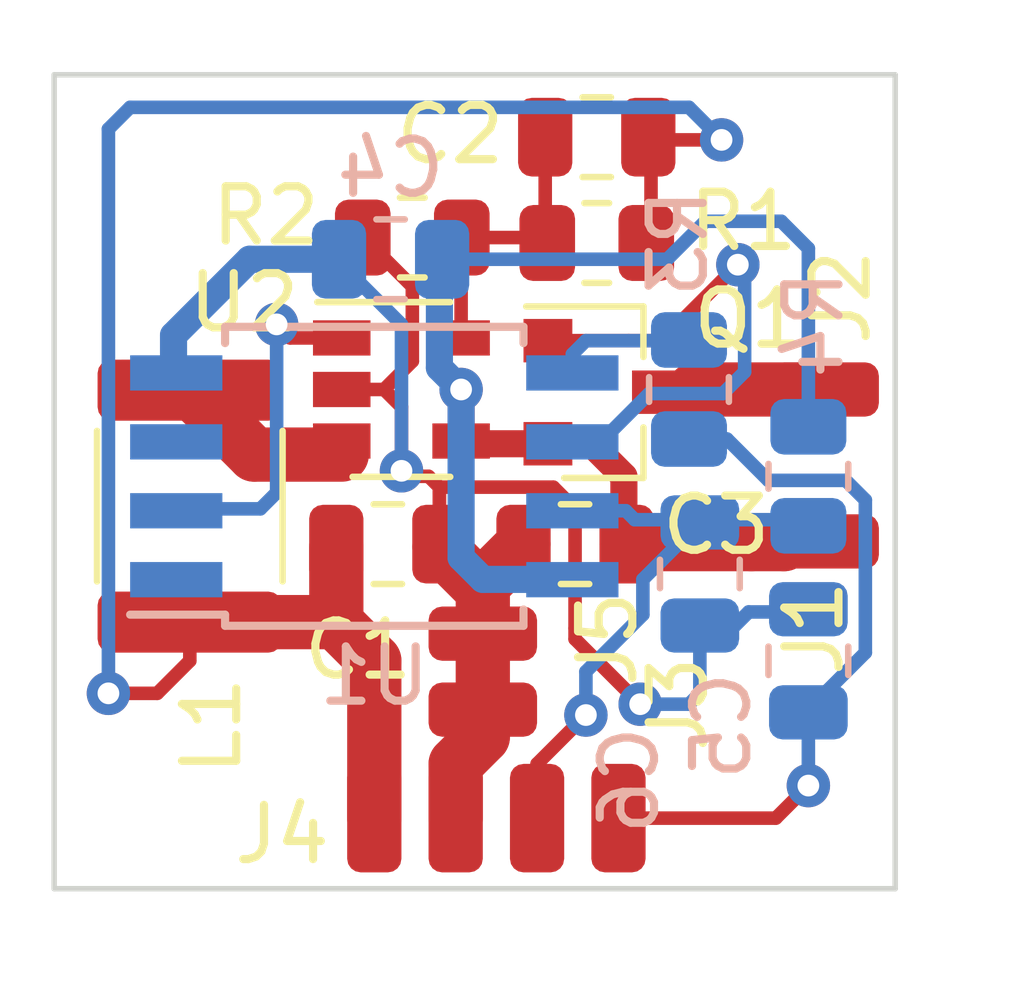
<source format=kicad_pcb>
(kicad_pcb (version 20171130) (host pcbnew 5.1.10-88a1d61d58~90~ubuntu20.04.1)

  (general
    (thickness 1)
    (drawings 4)
    (tracks 120)
    (zones 0)
    (modules 19)
    (nets 14)
  )

  (page A4)
  (layers
    (0 F.Cu signal)
    (31 B.Cu signal)
    (36 B.SilkS user hide)
    (37 F.SilkS user hide)
    (38 B.Mask user hide)
    (39 F.Mask user hide)
    (40 Dwgs.User user hide)
    (41 Cmts.User user hide)
    (42 Eco1.User user hide)
    (43 Eco2.User user hide)
    (44 Edge.Cuts user)
    (45 Margin user hide)
    (46 B.CrtYd user hide)
    (47 F.CrtYd user hide)
    (48 B.Fab user)
    (49 F.Fab user)
  )

  (setup
    (last_trace_width 0.25)
    (user_trace_width 0.5)
    (user_trace_width 1)
    (trace_clearance 0.2)
    (zone_clearance 0.508)
    (zone_45_only no)
    (trace_min 0.2)
    (via_size 0.8)
    (via_drill 0.4)
    (via_min_size 0.4)
    (via_min_drill 0.3)
    (uvia_size 0.3)
    (uvia_drill 0.1)
    (uvias_allowed no)
    (uvia_min_size 0.2)
    (uvia_min_drill 0.1)
    (edge_width 0.1)
    (segment_width 0.2)
    (pcb_text_width 0.3)
    (pcb_text_size 1.5 1.5)
    (mod_edge_width 0.15)
    (mod_text_size 1 1)
    (mod_text_width 0.15)
    (pad_size 1.524 1.524)
    (pad_drill 0.762)
    (pad_to_mask_clearance 0)
    (aux_axis_origin 0 0)
    (visible_elements FFFFFF7F)
    (pcbplotparams
      (layerselection 0x010f0_ffffffff)
      (usegerberextensions true)
      (usegerberattributes true)
      (usegerberadvancedattributes true)
      (creategerberjobfile false)
      (excludeedgelayer true)
      (linewidth 0.100000)
      (plotframeref false)
      (viasonmask false)
      (mode 1)
      (useauxorigin false)
      (hpglpennumber 1)
      (hpglpenspeed 20)
      (hpglpendiameter 15.000000)
      (psnegative false)
      (psa4output false)
      (plotreference true)
      (plotvalue true)
      (plotinvisibletext false)
      (padsonsilk false)
      (subtractmaskfromsilk false)
      (outputformat 1)
      (mirror false)
      (drillshape 0)
      (scaleselection 1)
      (outputdirectory "../gerber/led_lamp_base/"))
  )

  (net 0 "")
  (net 1 Vreg)
  (net 2 GND)
  (net 3 Vin)
  (net 4 /Vpwm)
  (net 5 /SW)
  (net 6 +BATT)
  (net 7 "Net-(L1-Pad1)")
  (net 8 /BATBYP)
  (net 9 /OC0A)
  (net 10 "Net-(U1-Pad1)")
  (net 11 /REGEN)
  (net 12 "Net-(U1-Pad3)")
  (net 13 /FB)

  (net_class Default "This is the default net class."
    (clearance 0.2)
    (trace_width 0.25)
    (via_dia 0.8)
    (via_drill 0.4)
    (uvia_dia 0.3)
    (uvia_drill 0.1)
    (add_net +BATT)
    (add_net /BATBYP)
    (add_net /FB)
    (add_net /OC0A)
    (add_net /REGEN)
    (add_net /SW)
    (add_net /Vpwm)
    (add_net GND)
    (add_net "Net-(L1-Pad1)")
    (add_net "Net-(U1-Pad1)")
    (add_net "Net-(U1-Pad3)")
    (add_net Vin)
    (add_net Vreg)
  )

  (module Capacitor_SMD:C_0805_2012Metric (layer F.Cu) (tedit 5F68FEEE) (tstamp 6167BDEF)
    (at 156.15 109.65)
    (descr "Capacitor SMD 0805 (2012 Metric), square (rectangular) end terminal, IPC_7351 nominal, (Body size source: IPC-SM-782 page 76, https://www.pcb-3d.com/wordpress/wp-content/uploads/ipc-sm-782a_amendment_1_and_2.pdf, https://docs.google.com/spreadsheets/d/1BsfQQcO9C6DZCsRaXUlFlo91Tg2WpOkGARC1WS5S8t0/edit?usp=sharing), generated with kicad-footprint-generator")
    (tags capacitor)
    (path /6163C6A3)
    (attr smd)
    (fp_text reference C1 (at -0.55 1.95) (layer F.SilkS)
      (effects (font (size 1 1) (thickness 0.15)))
    )
    (fp_text value 10u (at 0 1.68) (layer F.Fab)
      (effects (font (size 1 1) (thickness 0.15)))
    )
    (fp_line (start -1 0.625) (end -1 -0.625) (layer F.Fab) (width 0.1))
    (fp_line (start -1 -0.625) (end 1 -0.625) (layer F.Fab) (width 0.1))
    (fp_line (start 1 -0.625) (end 1 0.625) (layer F.Fab) (width 0.1))
    (fp_line (start 1 0.625) (end -1 0.625) (layer F.Fab) (width 0.1))
    (fp_line (start -0.261252 -0.735) (end 0.261252 -0.735) (layer F.SilkS) (width 0.12))
    (fp_line (start -0.261252 0.735) (end 0.261252 0.735) (layer F.SilkS) (width 0.12))
    (fp_line (start -1.7 0.98) (end -1.7 -0.98) (layer F.CrtYd) (width 0.05))
    (fp_line (start -1.7 -0.98) (end 1.7 -0.98) (layer F.CrtYd) (width 0.05))
    (fp_line (start 1.7 -0.98) (end 1.7 0.98) (layer F.CrtYd) (width 0.05))
    (fp_line (start 1.7 0.98) (end -1.7 0.98) (layer F.CrtYd) (width 0.05))
    (fp_text user %R (at 0 0) (layer F.Fab)
      (effects (font (size 0.5 0.5) (thickness 0.08)))
    )
    (pad 1 smd roundrect (at -0.95 0) (size 1 1.45) (layers F.Cu F.Paste F.Mask) (roundrect_rratio 0.25)
      (net 1 Vreg))
    (pad 2 smd roundrect (at 0.95 0) (size 1 1.45) (layers F.Cu F.Paste F.Mask) (roundrect_rratio 0.25)
      (net 2 GND))
    (model ${KISYS3DMOD}/Capacitor_SMD.3dshapes/C_0805_2012Metric.wrl
      (at (xyz 0 0 0))
      (scale (xyz 1 1 1))
      (rotate (xyz 0 0 0))
    )
  )

  (module Capacitor_SMD:C_0805_2012Metric (layer F.Cu) (tedit 5F68FEEE) (tstamp 6167C371)
    (at 160 102.15 180)
    (descr "Capacitor SMD 0805 (2012 Metric), square (rectangular) end terminal, IPC_7351 nominal, (Body size source: IPC-SM-782 page 76, https://www.pcb-3d.com/wordpress/wp-content/uploads/ipc-sm-782a_amendment_1_and_2.pdf, https://docs.google.com/spreadsheets/d/1BsfQQcO9C6DZCsRaXUlFlo91Tg2WpOkGARC1WS5S8t0/edit?usp=sharing), generated with kicad-footprint-generator")
    (tags capacitor)
    (path /6163A624)
    (attr smd)
    (fp_text reference C2 (at 2.7 0.05) (layer F.SilkS)
      (effects (font (size 1 1) (thickness 0.15)))
    )
    (fp_text value 18p (at 0 1.68) (layer F.Fab)
      (effects (font (size 1 1) (thickness 0.15)))
    )
    (fp_line (start -1 0.625) (end -1 -0.625) (layer F.Fab) (width 0.1))
    (fp_line (start -1 -0.625) (end 1 -0.625) (layer F.Fab) (width 0.1))
    (fp_line (start 1 -0.625) (end 1 0.625) (layer F.Fab) (width 0.1))
    (fp_line (start 1 0.625) (end -1 0.625) (layer F.Fab) (width 0.1))
    (fp_line (start -0.261252 -0.735) (end 0.261252 -0.735) (layer F.SilkS) (width 0.12))
    (fp_line (start -0.261252 0.735) (end 0.261252 0.735) (layer F.SilkS) (width 0.12))
    (fp_line (start -1.7 0.98) (end -1.7 -0.98) (layer F.CrtYd) (width 0.05))
    (fp_line (start -1.7 -0.98) (end 1.7 -0.98) (layer F.CrtYd) (width 0.05))
    (fp_line (start 1.7 -0.98) (end 1.7 0.98) (layer F.CrtYd) (width 0.05))
    (fp_line (start 1.7 0.98) (end -1.7 0.98) (layer F.CrtYd) (width 0.05))
    (fp_text user %R (at 0 0) (layer F.Fab)
      (effects (font (size 0.5 0.5) (thickness 0.08)))
    )
    (pad 1 smd roundrect (at -0.95 0 180) (size 1 1.45) (layers F.Cu F.Paste F.Mask) (roundrect_rratio 0.25)
      (net 1 Vreg))
    (pad 2 smd roundrect (at 0.95 0 180) (size 1 1.45) (layers F.Cu F.Paste F.Mask) (roundrect_rratio 0.25)
      (net 13 /FB))
    (model ${KISYS3DMOD}/Capacitor_SMD.3dshapes/C_0805_2012Metric.wrl
      (at (xyz 0 0 0))
      (scale (xyz 1 1 1))
      (rotate (xyz 0 0 0))
    )
  )

  (module Capacitor_SMD:C_0805_2012Metric (layer F.Cu) (tedit 5F68FEEE) (tstamp 6167BE11)
    (at 159.6 109.65 180)
    (descr "Capacitor SMD 0805 (2012 Metric), square (rectangular) end terminal, IPC_7351 nominal, (Body size source: IPC-SM-782 page 76, https://www.pcb-3d.com/wordpress/wp-content/uploads/ipc-sm-782a_amendment_1_and_2.pdf, https://docs.google.com/spreadsheets/d/1BsfQQcO9C6DZCsRaXUlFlo91Tg2WpOkGARC1WS5S8t0/edit?usp=sharing), generated with kicad-footprint-generator")
    (tags capacitor)
    (path /6163D5CC)
    (attr smd)
    (fp_text reference C3 (at -2.6 0.35) (layer F.SilkS)
      (effects (font (size 1 1) (thickness 0.15)))
    )
    (fp_text value 4,7u (at 0 1.68) (layer F.Fab)
      (effects (font (size 1 1) (thickness 0.15)))
    )
    (fp_line (start 1.7 0.98) (end -1.7 0.98) (layer F.CrtYd) (width 0.05))
    (fp_line (start 1.7 -0.98) (end 1.7 0.98) (layer F.CrtYd) (width 0.05))
    (fp_line (start -1.7 -0.98) (end 1.7 -0.98) (layer F.CrtYd) (width 0.05))
    (fp_line (start -1.7 0.98) (end -1.7 -0.98) (layer F.CrtYd) (width 0.05))
    (fp_line (start -0.261252 0.735) (end 0.261252 0.735) (layer F.SilkS) (width 0.12))
    (fp_line (start -0.261252 -0.735) (end 0.261252 -0.735) (layer F.SilkS) (width 0.12))
    (fp_line (start 1 0.625) (end -1 0.625) (layer F.Fab) (width 0.1))
    (fp_line (start 1 -0.625) (end 1 0.625) (layer F.Fab) (width 0.1))
    (fp_line (start -1 -0.625) (end 1 -0.625) (layer F.Fab) (width 0.1))
    (fp_line (start -1 0.625) (end -1 -0.625) (layer F.Fab) (width 0.1))
    (fp_text user %R (at 0 0) (layer F.Fab)
      (effects (font (size 0.5 0.5) (thickness 0.08)))
    )
    (pad 2 smd roundrect (at 0.95 0 180) (size 1 1.45) (layers F.Cu F.Paste F.Mask) (roundrect_rratio 0.25)
      (net 2 GND))
    (pad 1 smd roundrect (at -0.95 0 180) (size 1 1.45) (layers F.Cu F.Paste F.Mask) (roundrect_rratio 0.25)
      (net 3 Vin))
    (model ${KISYS3DMOD}/Capacitor_SMD.3dshapes/C_0805_2012Metric.wrl
      (at (xyz 0 0 0))
      (scale (xyz 1 1 1))
      (rotate (xyz 0 0 0))
    )
  )

  (module Capacitor_SMD:C_0805_2012Metric (layer B.Cu) (tedit 5F68FEEE) (tstamp 6167BE22)
    (at 156.2 104.4 180)
    (descr "Capacitor SMD 0805 (2012 Metric), square (rectangular) end terminal, IPC_7351 nominal, (Body size source: IPC-SM-782 page 76, https://www.pcb-3d.com/wordpress/wp-content/uploads/ipc-sm-782a_amendment_1_and_2.pdf, https://docs.google.com/spreadsheets/d/1BsfQQcO9C6DZCsRaXUlFlo91Tg2WpOkGARC1WS5S8t0/edit?usp=sharing), generated with kicad-footprint-generator")
    (tags capacitor)
    (path /61661E47)
    (attr smd)
    (fp_text reference C4 (at 0 1.68) (layer B.SilkS)
      (effects (font (size 1 1) (thickness 0.15)) (justify mirror))
    )
    (fp_text value 0,1u (at 0 -1.68) (layer B.Fab)
      (effects (font (size 1 1) (thickness 0.15)) (justify mirror))
    )
    (fp_line (start 1.7 -0.98) (end -1.7 -0.98) (layer B.CrtYd) (width 0.05))
    (fp_line (start 1.7 0.98) (end 1.7 -0.98) (layer B.CrtYd) (width 0.05))
    (fp_line (start -1.7 0.98) (end 1.7 0.98) (layer B.CrtYd) (width 0.05))
    (fp_line (start -1.7 -0.98) (end -1.7 0.98) (layer B.CrtYd) (width 0.05))
    (fp_line (start -0.261252 -0.735) (end 0.261252 -0.735) (layer B.SilkS) (width 0.12))
    (fp_line (start -0.261252 0.735) (end 0.261252 0.735) (layer B.SilkS) (width 0.12))
    (fp_line (start 1 -0.625) (end -1 -0.625) (layer B.Fab) (width 0.1))
    (fp_line (start 1 0.625) (end 1 -0.625) (layer B.Fab) (width 0.1))
    (fp_line (start -1 0.625) (end 1 0.625) (layer B.Fab) (width 0.1))
    (fp_line (start -1 -0.625) (end -1 0.625) (layer B.Fab) (width 0.1))
    (fp_text user %R (at 0 0) (layer B.Fab)
      (effects (font (size 0.5 0.5) (thickness 0.08)) (justify mirror))
    )
    (pad 2 smd roundrect (at 0.95 0 180) (size 1 1.45) (layers B.Cu B.Paste B.Mask) (roundrect_rratio 0.25)
      (net 2 GND))
    (pad 1 smd roundrect (at -0.95 0 180) (size 1 1.45) (layers B.Cu B.Paste B.Mask) (roundrect_rratio 0.25)
      (net 3 Vin))
    (model ${KISYS3DMOD}/Capacitor_SMD.3dshapes/C_0805_2012Metric.wrl
      (at (xyz 0 0 0))
      (scale (xyz 1 1 1))
      (rotate (xyz 0 0 0))
    )
  )

  (module Capacitor_SMD:C_0805_2012Metric (layer B.Cu) (tedit 5F68FEEE) (tstamp 6167BE33)
    (at 163.9 111.8 90)
    (descr "Capacitor SMD 0805 (2012 Metric), square (rectangular) end terminal, IPC_7351 nominal, (Body size source: IPC-SM-782 page 76, https://www.pcb-3d.com/wordpress/wp-content/uploads/ipc-sm-782a_amendment_1_and_2.pdf, https://docs.google.com/spreadsheets/d/1BsfQQcO9C6DZCsRaXUlFlo91Tg2WpOkGARC1WS5S8t0/edit?usp=sharing), generated with kicad-footprint-generator")
    (tags capacitor)
    (path /6166524A)
    (attr smd)
    (fp_text reference C5 (at -1.2 -1.6 90) (layer B.SilkS)
      (effects (font (size 1 1) (thickness 0.15)) (justify mirror))
    )
    (fp_text value 0.1u (at 0 -1.68 90) (layer B.Fab)
      (effects (font (size 1 1) (thickness 0.15)) (justify mirror))
    )
    (fp_line (start -1 -0.625) (end -1 0.625) (layer B.Fab) (width 0.1))
    (fp_line (start -1 0.625) (end 1 0.625) (layer B.Fab) (width 0.1))
    (fp_line (start 1 0.625) (end 1 -0.625) (layer B.Fab) (width 0.1))
    (fp_line (start 1 -0.625) (end -1 -0.625) (layer B.Fab) (width 0.1))
    (fp_line (start -0.261252 0.735) (end 0.261252 0.735) (layer B.SilkS) (width 0.12))
    (fp_line (start -0.261252 -0.735) (end 0.261252 -0.735) (layer B.SilkS) (width 0.12))
    (fp_line (start -1.7 -0.98) (end -1.7 0.98) (layer B.CrtYd) (width 0.05))
    (fp_line (start -1.7 0.98) (end 1.7 0.98) (layer B.CrtYd) (width 0.05))
    (fp_line (start 1.7 0.98) (end 1.7 -0.98) (layer B.CrtYd) (width 0.05))
    (fp_line (start 1.7 -0.98) (end -1.7 -0.98) (layer B.CrtYd) (width 0.05))
    (fp_text user %R (at 0 0 90) (layer B.Fab)
      (effects (font (size 0.5 0.5) (thickness 0.08)) (justify mirror))
    )
    (pad 1 smd roundrect (at -0.95 0 90) (size 1 1.45) (layers B.Cu B.Paste B.Mask) (roundrect_rratio 0.25)
      (net 4 /Vpwm))
    (pad 2 smd roundrect (at 0.95 0 90) (size 1 1.45) (layers B.Cu B.Paste B.Mask) (roundrect_rratio 0.25)
      (net 2 GND))
    (model ${KISYS3DMOD}/Capacitor_SMD.3dshapes/C_0805_2012Metric.wrl
      (at (xyz 0 0 0))
      (scale (xyz 1 1 1))
      (rotate (xyz 0 0 0))
    )
  )

  (module Capacitor_SMD:C_0805_2012Metric (layer B.Cu) (tedit 5F68FEEE) (tstamp 6167BE44)
    (at 161.9 110.2 270)
    (descr "Capacitor SMD 0805 (2012 Metric), square (rectangular) end terminal, IPC_7351 nominal, (Body size source: IPC-SM-782 page 76, https://www.pcb-3d.com/wordpress/wp-content/uploads/ipc-sm-782a_amendment_1_and_2.pdf, https://docs.google.com/spreadsheets/d/1BsfQQcO9C6DZCsRaXUlFlo91Tg2WpOkGARC1WS5S8t0/edit?usp=sharing), generated with kicad-footprint-generator")
    (tags capacitor)
    (path /6168B627)
    (attr smd)
    (fp_text reference C6 (at 3.8 1.3 270) (layer B.SilkS)
      (effects (font (size 1 1) (thickness 0.15)) (justify mirror))
    )
    (fp_text value 0.1u (at 0 -1.68 270) (layer B.Fab)
      (effects (font (size 1 1) (thickness 0.15)) (justify mirror))
    )
    (fp_line (start 1.7 -0.98) (end -1.7 -0.98) (layer B.CrtYd) (width 0.05))
    (fp_line (start 1.7 0.98) (end 1.7 -0.98) (layer B.CrtYd) (width 0.05))
    (fp_line (start -1.7 0.98) (end 1.7 0.98) (layer B.CrtYd) (width 0.05))
    (fp_line (start -1.7 -0.98) (end -1.7 0.98) (layer B.CrtYd) (width 0.05))
    (fp_line (start -0.261252 -0.735) (end 0.261252 -0.735) (layer B.SilkS) (width 0.12))
    (fp_line (start -0.261252 0.735) (end 0.261252 0.735) (layer B.SilkS) (width 0.12))
    (fp_line (start 1 -0.625) (end -1 -0.625) (layer B.Fab) (width 0.1))
    (fp_line (start 1 0.625) (end 1 -0.625) (layer B.Fab) (width 0.1))
    (fp_line (start -1 0.625) (end 1 0.625) (layer B.Fab) (width 0.1))
    (fp_line (start -1 -0.625) (end -1 0.625) (layer B.Fab) (width 0.1))
    (fp_text user %R (at 0 0 270) (layer B.Fab)
      (effects (font (size 0.5 0.5) (thickness 0.08)) (justify mirror))
    )
    (pad 2 smd roundrect (at 0.95 0 270) (size 1 1.45) (layers B.Cu B.Paste B.Mask) (roundrect_rratio 0.25)
      (net 2 GND))
    (pad 1 smd roundrect (at -0.95 0 270) (size 1 1.45) (layers B.Cu B.Paste B.Mask) (roundrect_rratio 0.25)
      (net 5 /SW))
    (model ${KISYS3DMOD}/Capacitor_SMD.3dshapes/C_0805_2012Metric.wrl
      (at (xyz 0 0 0))
      (scale (xyz 1 1 1))
      (rotate (xyz 0 0 0))
    )
  )

  (module led_lamp:SolderWirePad_1x01_SMD_1x2mm (layer F.Cu) (tedit 615F4851) (tstamp 6167BE52)
    (at 164.2 109.6 90)
    (descr "Wire Pad, Square, SMD Pad,  1mmx2mm")
    (tags "MesurementPoint Square SMDPad 5mmx10mm ")
    (path /6169CED8)
    (attr virtual)
    (fp_text reference J1 (at -1.6 -0.2 90) (layer F.SilkS)
      (effects (font (size 1 1) (thickness 0.15)))
    )
    (fp_text value Conn_01x01 (at 0 2.85 90) (layer F.Fab)
      (effects (font (size 1 1) (thickness 0.15)))
    )
    (fp_line (start 0.65 -1.27) (end -0.65 -1.27) (layer F.CrtYd) (width 0.05))
    (fp_line (start 0.65 1.27) (end 0.65 -1.27) (layer F.CrtYd) (width 0.05))
    (fp_line (start -0.65 1.27) (end 0.65 1.27) (layer F.CrtYd) (width 0.05))
    (fp_line (start -0.65 -1.27) (end -0.65 1.27) (layer F.CrtYd) (width 0.05))
    (fp_line (start -0.65 -1.27) (end 0.65 -1.27) (layer F.Fab) (width 0.1))
    (fp_line (start 0.65 -1.27) (end 0.65 1.27) (layer F.Fab) (width 0.1))
    (fp_line (start 0.65 1.27) (end -0.65 1.27) (layer F.Fab) (width 0.1))
    (fp_line (start -0.65 1.27) (end -0.65 -1.27) (layer F.Fab) (width 0.1))
    (fp_text user %R (at 0 0 90) (layer F.Fab)
      (effects (font (size 1 1) (thickness 0.15)))
    )
    (pad 1 smd roundrect (at 0 0 90) (size 1 2) (layers F.Cu F.Paste F.Mask) (roundrect_rratio 0.25)
      (net 3 Vin))
  )

  (module led_lamp:SolderWirePad_1x01_SMD_1x2mm (layer F.Cu) (tedit 615F4851) (tstamp 61681345)
    (at 164.2 106.8 90)
    (descr "Wire Pad, Square, SMD Pad,  1mmx2mm")
    (tags "MesurementPoint Square SMDPad 5mmx10mm ")
    (path /61649662)
    (attr virtual)
    (fp_text reference J2 (at 1.7 0.3 90) (layer F.SilkS)
      (effects (font (size 1 1) (thickness 0.15)))
    )
    (fp_text value Conn_01x01 (at 0 2.85 90) (layer F.Fab)
      (effects (font (size 1 1) (thickness 0.15)))
    )
    (fp_line (start -0.65 1.27) (end -0.65 -1.27) (layer F.Fab) (width 0.1))
    (fp_line (start 0.65 1.27) (end -0.65 1.27) (layer F.Fab) (width 0.1))
    (fp_line (start 0.65 -1.27) (end 0.65 1.27) (layer F.Fab) (width 0.1))
    (fp_line (start -0.65 -1.27) (end 0.65 -1.27) (layer F.Fab) (width 0.1))
    (fp_line (start -0.65 -1.27) (end -0.65 1.27) (layer F.CrtYd) (width 0.05))
    (fp_line (start -0.65 1.27) (end 0.65 1.27) (layer F.CrtYd) (width 0.05))
    (fp_line (start 0.65 1.27) (end 0.65 -1.27) (layer F.CrtYd) (width 0.05))
    (fp_line (start 0.65 -1.27) (end -0.65 -1.27) (layer F.CrtYd) (width 0.05))
    (fp_text user %R (at 0 0 90) (layer F.Fab)
      (effects (font (size 1 1) (thickness 0.15)))
    )
    (pad 1 smd roundrect (at 0 0 90) (size 1 2) (layers F.Cu F.Paste F.Mask) (roundrect_rratio 0.25)
      (net 6 +BATT))
  )

  (module led_lamp:SolderWirePad_1x01_SMD_1x2mm (layer F.Cu) (tedit 615F4851) (tstamp 6167BE6E)
    (at 157.9 112.7 270)
    (descr "Wire Pad, Square, SMD Pad,  1mmx2mm")
    (tags "MesurementPoint Square SMDPad 5mmx10mm ")
    (path /6164CA1C)
    (attr virtual)
    (fp_text reference J3 (at -0.1 -3.6 90) (layer F.SilkS)
      (effects (font (size 1 1) (thickness 0.15)))
    )
    (fp_text value Conn_01x01 (at 0 2.85 90) (layer F.Fab)
      (effects (font (size 1 1) (thickness 0.15)))
    )
    (fp_line (start -0.65 1.27) (end -0.65 -1.27) (layer F.Fab) (width 0.1))
    (fp_line (start 0.65 1.27) (end -0.65 1.27) (layer F.Fab) (width 0.1))
    (fp_line (start 0.65 -1.27) (end 0.65 1.27) (layer F.Fab) (width 0.1))
    (fp_line (start -0.65 -1.27) (end 0.65 -1.27) (layer F.Fab) (width 0.1))
    (fp_line (start -0.65 -1.27) (end -0.65 1.27) (layer F.CrtYd) (width 0.05))
    (fp_line (start -0.65 1.27) (end 0.65 1.27) (layer F.CrtYd) (width 0.05))
    (fp_line (start 0.65 1.27) (end 0.65 -1.27) (layer F.CrtYd) (width 0.05))
    (fp_line (start 0.65 -1.27) (end -0.65 -1.27) (layer F.CrtYd) (width 0.05))
    (fp_text user %R (at 0 0 90) (layer F.Fab)
      (effects (font (size 1 1) (thickness 0.15)))
    )
    (pad 1 smd roundrect (at 0 0 270) (size 1 2) (layers F.Cu F.Paste F.Mask) (roundrect_rratio 0.25)
      (net 2 GND))
  )

  (module led_lamp:SolderWirePad_1x04_SMD_1x2mm (layer F.Cu) (tedit 615CF2C7) (tstamp 6167C64A)
    (at 155.9 114.7)
    (descr "Wire Pad, Square, SMD Pad,  1mmx2mm")
    (tags "MesurementPoint Square SMDPad 5mmx10mm ")
    (path /616519ED)
    (attr virtual)
    (fp_text reference J4 (at -1.7 0.3) (layer F.SilkS)
      (effects (font (size 1 1) (thickness 0.15)))
    )
    (fp_text value Conn_01x04 (at 2.75 2.3) (layer F.Fab)
      (effects (font (size 1 1) (thickness 0.15)))
    )
    (fp_line (start -0.63 1.27) (end -0.63 -1.27) (layer F.Fab) (width 0.1))
    (fp_line (start 5.13 1.27) (end -0.63 1.27) (layer F.Fab) (width 0.1))
    (fp_line (start 5.13 -1.27) (end 5.13 1.27) (layer F.Fab) (width 0.1))
    (fp_line (start -0.63 -1.27) (end 5.13 -1.27) (layer F.Fab) (width 0.1))
    (fp_line (start -0.63 -1.27) (end -0.63 1.27) (layer F.CrtYd) (width 0.05))
    (fp_line (start -0.63 1.27) (end 5.13 1.27) (layer F.CrtYd) (width 0.05))
    (fp_line (start 5.13 1.27) (end 5.13 -1.27) (layer F.CrtYd) (width 0.05))
    (fp_line (start 5.13 -1.27) (end -0.63 -1.27) (layer F.CrtYd) (width 0.05))
    (fp_text user %R (at 0 0) (layer F.Fab)
      (effects (font (size 1 1) (thickness 0.15)))
    )
    (pad 1 smd roundrect (at 0 0) (size 1 2) (layers F.Cu F.Paste F.Mask) (roundrect_rratio 0.25)
      (net 1 Vreg))
    (pad 2 smd roundrect (at 1.5 0) (size 1 2) (layers F.Cu F.Paste F.Mask) (roundrect_rratio 0.25)
      (net 2 GND))
    (pad 3 smd roundrect (at 3 0) (size 1 2) (layers F.Cu F.Paste F.Mask) (roundrect_rratio 0.25)
      (net 5 /SW))
    (pad 4 smd roundrect (at 4.5 0) (size 1 2) (layers F.Cu F.Paste F.Mask) (roundrect_rratio 0.25)
      (net 4 /Vpwm))
  )

  (module Inductor_SMD:L_1812_4532Metric (layer F.Cu) (tedit 5F68FEF0) (tstamp 61678DC4)
    (at 152.5 108.95 270)
    (descr "Inductor SMD 1812 (4532 Metric), square (rectangular) end terminal, IPC_7351 nominal, (Body size source: https://www.nikhef.nl/pub/departments/mt/projects/detectorR_D/dtddice/ERJ2G.pdf), generated with kicad-footprint-generator")
    (tags inductor)
    (path /6163A040)
    (attr smd)
    (fp_text reference L1 (at 4.05 -0.4 90) (layer F.SilkS)
      (effects (font (size 1 1) (thickness 0.15)))
    )
    (fp_text value 2,2u (at 0 2.65 90) (layer F.Fab)
      (effects (font (size 1 1) (thickness 0.15)))
    )
    (fp_line (start -2.25 1.6) (end -2.25 -1.6) (layer F.Fab) (width 0.1))
    (fp_line (start -2.25 -1.6) (end 2.25 -1.6) (layer F.Fab) (width 0.1))
    (fp_line (start 2.25 -1.6) (end 2.25 1.6) (layer F.Fab) (width 0.1))
    (fp_line (start 2.25 1.6) (end -2.25 1.6) (layer F.Fab) (width 0.1))
    (fp_line (start -1.386252 -1.71) (end 1.386252 -1.71) (layer F.SilkS) (width 0.12))
    (fp_line (start -1.386252 1.71) (end 1.386252 1.71) (layer F.SilkS) (width 0.12))
    (fp_line (start -2.95 1.95) (end -2.95 -1.95) (layer F.CrtYd) (width 0.05))
    (fp_line (start -2.95 -1.95) (end 2.95 -1.95) (layer F.CrtYd) (width 0.05))
    (fp_line (start 2.95 -1.95) (end 2.95 1.95) (layer F.CrtYd) (width 0.05))
    (fp_line (start 2.95 1.95) (end -2.95 1.95) (layer F.CrtYd) (width 0.05))
    (fp_text user %R (at 0 0 90) (layer F.Fab)
      (effects (font (size 1 1) (thickness 0.15)))
    )
    (pad 1 smd roundrect (at -2.1375 0 270) (size 1.125 3.4) (layers F.Cu F.Paste F.Mask) (roundrect_rratio 0.2222213333333333)
      (net 7 "Net-(L1-Pad1)"))
    (pad 2 smd roundrect (at 2.1375 0 270) (size 1.125 3.4) (layers F.Cu F.Paste F.Mask) (roundrect_rratio 0.2222213333333333)
      (net 1 Vreg))
    (model ${KISYS3DMOD}/Inductor_SMD.3dshapes/L_1812_4532Metric.wrl
      (at (xyz 0 0 0))
      (scale (xyz 1 1 1))
      (rotate (xyz 0 0 0))
    )
  )

  (module Package_TO_SOT_SMD:SOT-23 (layer F.Cu) (tedit 5A02FF57) (tstamp 6167C693)
    (at 160.1 106.85)
    (descr "SOT-23, Standard")
    (tags SOT-23)
    (path /6165001D)
    (attr smd)
    (fp_text reference Q1 (at 2.7 -1.35) (layer F.SilkS)
      (effects (font (size 1 1) (thickness 0.15)))
    )
    (fp_text value FDN306P (at 0 2.5) (layer F.Fab)
      (effects (font (size 1 1) (thickness 0.15)))
    )
    (fp_line (start -0.7 -0.95) (end -0.7 1.5) (layer F.Fab) (width 0.1))
    (fp_line (start -0.15 -1.52) (end 0.7 -1.52) (layer F.Fab) (width 0.1))
    (fp_line (start -0.7 -0.95) (end -0.15 -1.52) (layer F.Fab) (width 0.1))
    (fp_line (start 0.7 -1.52) (end 0.7 1.52) (layer F.Fab) (width 0.1))
    (fp_line (start -0.7 1.52) (end 0.7 1.52) (layer F.Fab) (width 0.1))
    (fp_line (start 0.76 1.58) (end 0.76 0.65) (layer F.SilkS) (width 0.12))
    (fp_line (start 0.76 -1.58) (end 0.76 -0.65) (layer F.SilkS) (width 0.12))
    (fp_line (start -1.7 -1.75) (end 1.7 -1.75) (layer F.CrtYd) (width 0.05))
    (fp_line (start 1.7 -1.75) (end 1.7 1.75) (layer F.CrtYd) (width 0.05))
    (fp_line (start 1.7 1.75) (end -1.7 1.75) (layer F.CrtYd) (width 0.05))
    (fp_line (start -1.7 1.75) (end -1.7 -1.75) (layer F.CrtYd) (width 0.05))
    (fp_line (start 0.76 -1.58) (end -1.4 -1.58) (layer F.SilkS) (width 0.12))
    (fp_line (start 0.76 1.58) (end -0.7 1.58) (layer F.SilkS) (width 0.12))
    (fp_text user %R (at 0 0 90) (layer F.Fab)
      (effects (font (size 0.5 0.5) (thickness 0.075)))
    )
    (pad 1 smd rect (at -1 -0.95) (size 0.9 0.8) (layers F.Cu F.Paste F.Mask)
      (net 8 /BATBYP))
    (pad 2 smd rect (at -1 0.95) (size 0.9 0.8) (layers F.Cu F.Paste F.Mask)
      (net 3 Vin))
    (pad 3 smd rect (at 1 0) (size 0.9 0.8) (layers F.Cu F.Paste F.Mask)
      (net 6 +BATT))
    (model ${KISYS3DMOD}/Package_TO_SOT_SMD.3dshapes/SOT-23.wrl
      (at (xyz 0 0 0))
      (scale (xyz 1 1 1))
      (rotate (xyz 0 0 0))
    )
  )

  (module Resistor_SMD:R_0805_2012Metric (layer F.Cu) (tedit 5F68FEEE) (tstamp 6167C3A1)
    (at 160 104.1 180)
    (descr "Resistor SMD 0805 (2012 Metric), square (rectangular) end terminal, IPC_7351 nominal, (Body size source: IPC-SM-782 page 72, https://www.pcb-3d.com/wordpress/wp-content/uploads/ipc-sm-782a_amendment_1_and_2.pdf), generated with kicad-footprint-generator")
    (tags resistor)
    (path /6163ACFB)
    (attr smd)
    (fp_text reference R1 (at -2.7 0.4) (layer F.SilkS)
      (effects (font (size 1 1) (thickness 0.15)))
    )
    (fp_text value 910k (at 0 1.65) (layer F.Fab)
      (effects (font (size 1 1) (thickness 0.15)))
    )
    (fp_line (start 1.68 0.95) (end -1.68 0.95) (layer F.CrtYd) (width 0.05))
    (fp_line (start 1.68 -0.95) (end 1.68 0.95) (layer F.CrtYd) (width 0.05))
    (fp_line (start -1.68 -0.95) (end 1.68 -0.95) (layer F.CrtYd) (width 0.05))
    (fp_line (start -1.68 0.95) (end -1.68 -0.95) (layer F.CrtYd) (width 0.05))
    (fp_line (start -0.227064 0.735) (end 0.227064 0.735) (layer F.SilkS) (width 0.12))
    (fp_line (start -0.227064 -0.735) (end 0.227064 -0.735) (layer F.SilkS) (width 0.12))
    (fp_line (start 1 0.625) (end -1 0.625) (layer F.Fab) (width 0.1))
    (fp_line (start 1 -0.625) (end 1 0.625) (layer F.Fab) (width 0.1))
    (fp_line (start -1 -0.625) (end 1 -0.625) (layer F.Fab) (width 0.1))
    (fp_line (start -1 0.625) (end -1 -0.625) (layer F.Fab) (width 0.1))
    (fp_text user %R (at 0 0) (layer F.Fab)
      (effects (font (size 0.5 0.5) (thickness 0.08)))
    )
    (pad 2 smd roundrect (at 0.9125 0 180) (size 1.025 1.4) (layers F.Cu F.Paste F.Mask) (roundrect_rratio 0.2439014634146341)
      (net 13 /FB))
    (pad 1 smd roundrect (at -0.9125 0 180) (size 1.025 1.4) (layers F.Cu F.Paste F.Mask) (roundrect_rratio 0.2439014634146341)
      (net 1 Vreg))
    (model ${KISYS3DMOD}/Resistor_SMD.3dshapes/R_0805_2012Metric.wrl
      (at (xyz 0 0 0))
      (scale (xyz 1 1 1))
      (rotate (xyz 0 0 0))
    )
  )

  (module Resistor_SMD:R_0805_2012Metric (layer F.Cu) (tedit 5F68FEEE) (tstamp 6167C3F6)
    (at 156.6 104 180)
    (descr "Resistor SMD 0805 (2012 Metric), square (rectangular) end terminal, IPC_7351 nominal, (Body size source: IPC-SM-782 page 72, https://www.pcb-3d.com/wordpress/wp-content/uploads/ipc-sm-782a_amendment_1_and_2.pdf), generated with kicad-footprint-generator")
    (tags resistor)
    (path /6163AF14)
    (attr smd)
    (fp_text reference R2 (at 2.7 0.4) (layer F.SilkS)
      (effects (font (size 1 1) (thickness 0.15)))
    )
    (fp_text value 240k (at 0 1.65) (layer F.Fab)
      (effects (font (size 1 1) (thickness 0.15)))
    )
    (fp_line (start -1 0.625) (end -1 -0.625) (layer F.Fab) (width 0.1))
    (fp_line (start -1 -0.625) (end 1 -0.625) (layer F.Fab) (width 0.1))
    (fp_line (start 1 -0.625) (end 1 0.625) (layer F.Fab) (width 0.1))
    (fp_line (start 1 0.625) (end -1 0.625) (layer F.Fab) (width 0.1))
    (fp_line (start -0.227064 -0.735) (end 0.227064 -0.735) (layer F.SilkS) (width 0.12))
    (fp_line (start -0.227064 0.735) (end 0.227064 0.735) (layer F.SilkS) (width 0.12))
    (fp_line (start -1.68 0.95) (end -1.68 -0.95) (layer F.CrtYd) (width 0.05))
    (fp_line (start -1.68 -0.95) (end 1.68 -0.95) (layer F.CrtYd) (width 0.05))
    (fp_line (start 1.68 -0.95) (end 1.68 0.95) (layer F.CrtYd) (width 0.05))
    (fp_line (start 1.68 0.95) (end -1.68 0.95) (layer F.CrtYd) (width 0.05))
    (fp_text user %R (at 0 0) (layer F.Fab)
      (effects (font (size 0.5 0.5) (thickness 0.08)))
    )
    (pad 1 smd roundrect (at -0.9125 0 180) (size 1.025 1.4) (layers F.Cu F.Paste F.Mask) (roundrect_rratio 0.2439014634146341)
      (net 13 /FB))
    (pad 2 smd roundrect (at 0.9125 0 180) (size 1.025 1.4) (layers F.Cu F.Paste F.Mask) (roundrect_rratio 0.2439014634146341)
      (net 2 GND))
    (model ${KISYS3DMOD}/Resistor_SMD.3dshapes/R_0805_2012Metric.wrl
      (at (xyz 0 0 0))
      (scale (xyz 1 1 1))
      (rotate (xyz 0 0 0))
    )
  )

  (module Resistor_SMD:R_0805_2012Metric (layer B.Cu) (tedit 5F68FEEE) (tstamp 61678EBB)
    (at 161.7 106.8 90)
    (descr "Resistor SMD 0805 (2012 Metric), square (rectangular) end terminal, IPC_7351 nominal, (Body size source: IPC-SM-782 page 72, https://www.pcb-3d.com/wordpress/wp-content/uploads/ipc-sm-782a_amendment_1_and_2.pdf), generated with kicad-footprint-generator")
    (tags resistor)
    (path /61664D69)
    (attr smd)
    (fp_text reference R3 (at 2.7 -0.2 90) (layer B.SilkS)
      (effects (font (size 1 1) (thickness 0.15)) (justify mirror))
    )
    (fp_text value 10k (at 0 -1.65 90) (layer B.Fab)
      (effects (font (size 1 1) (thickness 0.15)) (justify mirror))
    )
    (fp_line (start -1 -0.625) (end -1 0.625) (layer B.Fab) (width 0.1))
    (fp_line (start -1 0.625) (end 1 0.625) (layer B.Fab) (width 0.1))
    (fp_line (start 1 0.625) (end 1 -0.625) (layer B.Fab) (width 0.1))
    (fp_line (start 1 -0.625) (end -1 -0.625) (layer B.Fab) (width 0.1))
    (fp_line (start -0.227064 0.735) (end 0.227064 0.735) (layer B.SilkS) (width 0.12))
    (fp_line (start -0.227064 -0.735) (end 0.227064 -0.735) (layer B.SilkS) (width 0.12))
    (fp_line (start -1.68 -0.95) (end -1.68 0.95) (layer B.CrtYd) (width 0.05))
    (fp_line (start -1.68 0.95) (end 1.68 0.95) (layer B.CrtYd) (width 0.05))
    (fp_line (start 1.68 0.95) (end 1.68 -0.95) (layer B.CrtYd) (width 0.05))
    (fp_line (start 1.68 -0.95) (end -1.68 -0.95) (layer B.CrtYd) (width 0.05))
    (fp_text user %R (at 0 0 90) (layer B.Fab)
      (effects (font (size 0.5 0.5) (thickness 0.08)) (justify mirror))
    )
    (pad 1 smd roundrect (at -0.9125 0 90) (size 1.025 1.4) (layers B.Cu B.Paste B.Mask) (roundrect_rratio 0.2439014634146341)
      (net 4 /Vpwm))
    (pad 2 smd roundrect (at 0.9125 0 90) (size 1.025 1.4) (layers B.Cu B.Paste B.Mask) (roundrect_rratio 0.2439014634146341)
      (net 9 /OC0A))
    (model ${KISYS3DMOD}/Resistor_SMD.3dshapes/R_0805_2012Metric.wrl
      (at (xyz 0 0 0))
      (scale (xyz 1 1 1))
      (rotate (xyz 0 0 0))
    )
  )

  (module Resistor_SMD:R_0805_2012Metric (layer B.Cu) (tedit 5F68FEEE) (tstamp 6167BEE9)
    (at 163.9 108.4 270)
    (descr "Resistor SMD 0805 (2012 Metric), square (rectangular) end terminal, IPC_7351 nominal, (Body size source: IPC-SM-782 page 72, https://www.pcb-3d.com/wordpress/wp-content/uploads/ipc-sm-782a_amendment_1_and_2.pdf), generated with kicad-footprint-generator")
    (tags resistor)
    (path /6168BCD8)
    (attr smd)
    (fp_text reference R4 (at -2.8 -0.1 90) (layer B.SilkS)
      (effects (font (size 1 1) (thickness 0.15)) (justify mirror))
    )
    (fp_text value 100k (at 0 -1.65 90) (layer B.Fab)
      (effects (font (size 1 1) (thickness 0.15)) (justify mirror))
    )
    (fp_line (start 1.68 -0.95) (end -1.68 -0.95) (layer B.CrtYd) (width 0.05))
    (fp_line (start 1.68 0.95) (end 1.68 -0.95) (layer B.CrtYd) (width 0.05))
    (fp_line (start -1.68 0.95) (end 1.68 0.95) (layer B.CrtYd) (width 0.05))
    (fp_line (start -1.68 -0.95) (end -1.68 0.95) (layer B.CrtYd) (width 0.05))
    (fp_line (start -0.227064 -0.735) (end 0.227064 -0.735) (layer B.SilkS) (width 0.12))
    (fp_line (start -0.227064 0.735) (end 0.227064 0.735) (layer B.SilkS) (width 0.12))
    (fp_line (start 1 -0.625) (end -1 -0.625) (layer B.Fab) (width 0.1))
    (fp_line (start 1 0.625) (end 1 -0.625) (layer B.Fab) (width 0.1))
    (fp_line (start -1 0.625) (end 1 0.625) (layer B.Fab) (width 0.1))
    (fp_line (start -1 -0.625) (end -1 0.625) (layer B.Fab) (width 0.1))
    (fp_text user %R (at 0 0 90) (layer B.Fab)
      (effects (font (size 0.5 0.5) (thickness 0.08)) (justify mirror))
    )
    (pad 2 smd roundrect (at 0.9125 0 270) (size 1.025 1.4) (layers B.Cu B.Paste B.Mask) (roundrect_rratio 0.2439014634146341)
      (net 5 /SW))
    (pad 1 smd roundrect (at -0.9125 0 270) (size 1.025 1.4) (layers B.Cu B.Paste B.Mask) (roundrect_rratio 0.2439014634146341)
      (net 3 Vin))
    (model ${KISYS3DMOD}/Resistor_SMD.3dshapes/R_0805_2012Metric.wrl
      (at (xyz 0 0 0))
      (scale (xyz 1 1 1))
      (rotate (xyz 0 0 0))
    )
  )

  (module Package_SO:SOIJ-8_5.3x5.3mm_P1.27mm (layer B.Cu) (tedit 5A02F2D3) (tstamp 6168880B)
    (at 155.9 108.4)
    (descr "8-Lead Plastic Small Outline (SM) - Medium, 5.28 mm Body [SOIC] (see Microchip Packaging Specification 00000049BS.pdf)")
    (tags "SOIC 1.27")
    (path /6164609B)
    (attr smd)
    (fp_text reference U1 (at 0 3.68) (layer B.SilkS)
      (effects (font (size 1 1) (thickness 0.15)) (justify mirror))
    )
    (fp_text value ATtiny85-20SU (at 0 -3.68) (layer B.Fab)
      (effects (font (size 1 1) (thickness 0.15)) (justify mirror))
    )
    (fp_line (start -1.65 2.65) (end 2.65 2.65) (layer B.Fab) (width 0.15))
    (fp_line (start 2.65 2.65) (end 2.65 -2.65) (layer B.Fab) (width 0.15))
    (fp_line (start 2.65 -2.65) (end -2.65 -2.65) (layer B.Fab) (width 0.15))
    (fp_line (start -2.65 -2.65) (end -2.65 1.65) (layer B.Fab) (width 0.15))
    (fp_line (start -2.65 1.65) (end -1.65 2.65) (layer B.Fab) (width 0.15))
    (fp_line (start -4.75 2.95) (end -4.75 -2.95) (layer B.CrtYd) (width 0.05))
    (fp_line (start 4.75 2.95) (end 4.75 -2.95) (layer B.CrtYd) (width 0.05))
    (fp_line (start -4.75 2.95) (end 4.75 2.95) (layer B.CrtYd) (width 0.05))
    (fp_line (start -4.75 -2.95) (end 4.75 -2.95) (layer B.CrtYd) (width 0.05))
    (fp_line (start -2.75 2.755) (end -2.75 2.55) (layer B.SilkS) (width 0.15))
    (fp_line (start 2.75 2.755) (end 2.75 2.455) (layer B.SilkS) (width 0.15))
    (fp_line (start 2.75 -2.755) (end 2.75 -2.455) (layer B.SilkS) (width 0.15))
    (fp_line (start -2.75 -2.755) (end -2.75 -2.455) (layer B.SilkS) (width 0.15))
    (fp_line (start -2.75 2.755) (end 2.75 2.755) (layer B.SilkS) (width 0.15))
    (fp_line (start -2.75 -2.755) (end 2.75 -2.755) (layer B.SilkS) (width 0.15))
    (fp_line (start -2.75 2.55) (end -4.5 2.55) (layer B.SilkS) (width 0.15))
    (fp_text user %R (at 0 0) (layer B.Fab)
      (effects (font (size 1 1) (thickness 0.15)) (justify mirror))
    )
    (pad 1 smd rect (at -3.65 1.905) (size 1.7 0.65) (layers B.Cu B.Paste B.Mask)
      (net 10 "Net-(U1-Pad1)"))
    (pad 2 smd rect (at -3.65 0.635) (size 1.7 0.65) (layers B.Cu B.Paste B.Mask)
      (net 11 /REGEN))
    (pad 3 smd rect (at -3.65 -0.635) (size 1.7 0.65) (layers B.Cu B.Paste B.Mask)
      (net 12 "Net-(U1-Pad3)"))
    (pad 4 smd rect (at -3.65 -1.905) (size 1.7 0.65) (layers B.Cu B.Paste B.Mask)
      (net 2 GND))
    (pad 5 smd rect (at 3.65 -1.905) (size 1.7 0.65) (layers B.Cu B.Paste B.Mask)
      (net 9 /OC0A))
    (pad 6 smd rect (at 3.65 -0.635) (size 1.7 0.65) (layers B.Cu B.Paste B.Mask)
      (net 8 /BATBYP))
    (pad 7 smd rect (at 3.65 0.635) (size 1.7 0.65) (layers B.Cu B.Paste B.Mask)
      (net 5 /SW))
    (pad 8 smd rect (at 3.65 1.905) (size 1.7 0.65) (layers B.Cu B.Paste B.Mask)
      (net 3 Vin))
    (model ${KISYS3DMOD}/Package_SO.3dshapes/SOIJ-8_5.3x5.3mm_P1.27mm.wrl
      (at (xyz 0 0 0))
      (scale (xyz 1 1 1))
      (rotate (xyz 0 0 0))
    )
  )

  (module Package_TO_SOT_SMD:SOT-23-5 (layer F.Cu) (tedit 5A02FF57) (tstamp 6167BF1B)
    (at 156.4 106.8)
    (descr "5-pin SOT23 package")
    (tags SOT-23-5)
    (path /61639064)
    (attr smd)
    (fp_text reference U2 (at -2.9 -1.6) (layer F.SilkS)
      (effects (font (size 1 1) (thickness 0.15)))
    )
    (fp_text value NCP1529A (at 0 2.9) (layer F.Fab)
      (effects (font (size 1 1) (thickness 0.15)))
    )
    (fp_line (start -0.9 1.61) (end 0.9 1.61) (layer F.SilkS) (width 0.12))
    (fp_line (start 0.9 -1.61) (end -1.55 -1.61) (layer F.SilkS) (width 0.12))
    (fp_line (start -1.9 -1.8) (end 1.9 -1.8) (layer F.CrtYd) (width 0.05))
    (fp_line (start 1.9 -1.8) (end 1.9 1.8) (layer F.CrtYd) (width 0.05))
    (fp_line (start 1.9 1.8) (end -1.9 1.8) (layer F.CrtYd) (width 0.05))
    (fp_line (start -1.9 1.8) (end -1.9 -1.8) (layer F.CrtYd) (width 0.05))
    (fp_line (start -0.9 -0.9) (end -0.25 -1.55) (layer F.Fab) (width 0.1))
    (fp_line (start 0.9 -1.55) (end -0.25 -1.55) (layer F.Fab) (width 0.1))
    (fp_line (start -0.9 -0.9) (end -0.9 1.55) (layer F.Fab) (width 0.1))
    (fp_line (start 0.9 1.55) (end -0.9 1.55) (layer F.Fab) (width 0.1))
    (fp_line (start 0.9 -1.55) (end 0.9 1.55) (layer F.Fab) (width 0.1))
    (fp_text user %R (at 0 0 90) (layer F.Fab)
      (effects (font (size 0.5 0.5) (thickness 0.075)))
    )
    (pad 1 smd rect (at -1.1 -0.95) (size 1.06 0.65) (layers F.Cu F.Paste F.Mask)
      (net 11 /REGEN))
    (pad 2 smd rect (at -1.1 0) (size 1.06 0.65) (layers F.Cu F.Paste F.Mask)
      (net 2 GND))
    (pad 3 smd rect (at -1.1 0.95) (size 1.06 0.65) (layers F.Cu F.Paste F.Mask)
      (net 7 "Net-(L1-Pad1)"))
    (pad 4 smd rect (at 1.1 0.95) (size 1.06 0.65) (layers F.Cu F.Paste F.Mask)
      (net 3 Vin))
    (pad 5 smd rect (at 1.1 -0.95) (size 1.06 0.65) (layers F.Cu F.Paste F.Mask)
      (net 13 /FB))
    (model ${KISYS3DMOD}/Package_TO_SOT_SMD.3dshapes/SOT-23-5.wrl
      (at (xyz 0 0 0))
      (scale (xyz 1 1 1))
      (rotate (xyz 0 0 0))
    )
  )

  (module led_lamp:SolderWirePad_1x01_SMD_1x2mm (layer F.Cu) (tedit 615F4851) (tstamp 6168862D)
    (at 157.9 111.3 90)
    (descr "Wire Pad, Square, SMD Pad,  1mmx2mm")
    (tags "MesurementPoint Square SMDPad 5mmx10mm ")
    (path /616A88BB)
    (attr virtual)
    (fp_text reference J5 (at -0.1 2.3 90) (layer F.SilkS)
      (effects (font (size 1 1) (thickness 0.15)))
    )
    (fp_text value Conn_01x01 (at 0 2.85 90) (layer F.Fab)
      (effects (font (size 1 1) (thickness 0.15)))
    )
    (fp_line (start 0.65 -1.27) (end -0.65 -1.27) (layer F.CrtYd) (width 0.05))
    (fp_line (start 0.65 1.27) (end 0.65 -1.27) (layer F.CrtYd) (width 0.05))
    (fp_line (start -0.65 1.27) (end 0.65 1.27) (layer F.CrtYd) (width 0.05))
    (fp_line (start -0.65 -1.27) (end -0.65 1.27) (layer F.CrtYd) (width 0.05))
    (fp_line (start -0.65 -1.27) (end 0.65 -1.27) (layer F.Fab) (width 0.1))
    (fp_line (start 0.65 -1.27) (end 0.65 1.27) (layer F.Fab) (width 0.1))
    (fp_line (start 0.65 1.27) (end -0.65 1.27) (layer F.Fab) (width 0.1))
    (fp_line (start -0.65 1.27) (end -0.65 -1.27) (layer F.Fab) (width 0.1))
    (fp_text user %R (at 0 0 90) (layer F.Fab)
      (effects (font (size 1 1) (thickness 0.15)))
    )
    (pad 1 smd roundrect (at 0 0 90) (size 1 2) (layers F.Cu F.Paste F.Mask) (roundrect_rratio 0.25)
      (net 2 GND))
  )

  (gr_line (start 165.5 101) (end 165.5 116) (layer Edge.Cuts) (width 0.1))
  (gr_line (start 150 101) (end 165.5 101) (layer Edge.Cuts) (width 0.1))
  (gr_line (start 150 116) (end 150 101) (layer Edge.Cuts) (width 0.1))
  (gr_line (start 165.5 116) (end 150 116) (layer Edge.Cuts) (width 0.1))

  (segment (start 155.9 114.7) (end 155.9 111.8) (width 1) (layer F.Cu) (net 1))
  (segment (start 155.9 111.8) (end 155.2 111.1) (width 1) (layer F.Cu) (net 1))
  (segment (start 155.2 111.1) (end 155.2 109.7) (width 1) (layer F.Cu) (net 1))
  (segment (start 155.1875 111.0875) (end 155.2 111.1) (width 1) (layer F.Cu) (net 1))
  (segment (start 152.5 111.0875) (end 155.1875 111.0875) (width 1) (layer F.Cu) (net 1))
  (segment (start 161 102.2) (end 161 104) (width 0.25) (layer F.Cu) (net 1))
  (via (at 151 112.4) (size 0.8) (drill 0.4) (layers F.Cu B.Cu) (net 1))
  (segment (start 162.3 102.2) (end 161 102.2) (width 0.25) (layer F.Cu) (net 1))
  (via (at 162.3 102.2) (size 0.8) (drill 0.4) (layers F.Cu B.Cu) (net 1))
  (segment (start 152.5 111.0875) (end 152.5 111.8) (width 0.25) (layer F.Cu) (net 1))
  (segment (start 151.9 112.4) (end 151 112.4) (width 0.25) (layer F.Cu) (net 1))
  (segment (start 152.5 111.8) (end 151.9 112.4) (width 0.25) (layer F.Cu) (net 1))
  (segment (start 151 112.4) (end 151 102) (width 0.25) (layer B.Cu) (net 1))
  (segment (start 151 102) (end 151.4 101.6) (width 0.25) (layer B.Cu) (net 1))
  (segment (start 161.7 101.6) (end 162.3 102.2) (width 0.25) (layer B.Cu) (net 1))
  (segment (start 151.4 101.6) (end 161.7 101.6) (width 0.25) (layer B.Cu) (net 1))
  (segment (start 157.4 114.7) (end 157.4 113.7) (width 1) (layer F.Cu) (net 2))
  (segment (start 157.4 113.7) (end 157.9 113.2) (width 1) (layer F.Cu) (net 2))
  (segment (start 157.9 113.2) (end 157.9 110.5) (width 1) (layer F.Cu) (net 2))
  (segment (start 157.9 110.5) (end 157.1 109.7) (width 1) (layer F.Cu) (net 2))
  (segment (start 157.9 110.4) (end 157.9 110.5) (width 1) (layer F.Cu) (net 2))
  (segment (start 158.65 109.65) (end 157.9 110.4) (width 1) (layer F.Cu) (net 2))
  (segment (start 156.601171 104.901171) (end 155.7 104) (width 0.25) (layer F.Cu) (net 2))
  (segment (start 155.25 104.4) (end 153.6 104.4) (width 0.5) (layer B.Cu) (net 2))
  (segment (start 153.6 104.4) (end 152.2 105.8) (width 0.5) (layer B.Cu) (net 2))
  (segment (start 152.2 105.8) (end 152.2 106.5) (width 0.5) (layer B.Cu) (net 2))
  (segment (start 156.601171 108.291173) (end 156.709998 108.4) (width 0.25) (layer F.Cu) (net 2))
  (segment (start 156.709998 108.4) (end 156.9 108.4) (width 0.25) (layer F.Cu) (net 2))
  (segment (start 156.9 108.4) (end 157.1 108.6) (width 0.25) (layer F.Cu) (net 2))
  (segment (start 157.1 108.6) (end 157.1 109.7) (width 0.25) (layer F.Cu) (net 2))
  (segment (start 157.1 109.7) (end 157.1 108.7) (width 0.25) (layer F.Cu) (net 2))
  (segment (start 157.1 108.7) (end 157.1 108.6) (width 0.25) (layer F.Cu) (net 2))
  (segment (start 157.1 108.6) (end 159.2 108.6) (width 0.25) (layer F.Cu) (net 2))
  (segment (start 159.2 108.6) (end 159.6 109) (width 0.25) (layer F.Cu) (net 2))
  (segment (start 159.6 109) (end 159.6 111.2) (width 0.25) (layer F.Cu) (net 2))
  (via (at 160.8 112.6) (size 0.8) (drill 0.4) (layers F.Cu B.Cu) (net 2))
  (segment (start 159.6 111.4) (end 160.8 112.6) (width 0.25) (layer F.Cu) (net 2))
  (segment (start 159.6 111.2) (end 159.6 111.4) (width 0.25) (layer F.Cu) (net 2))
  (segment (start 160.8 112.6) (end 161.7 112.6) (width 0.25) (layer B.Cu) (net 2))
  (segment (start 161.7 112.6) (end 161.9 112.4) (width 0.25) (layer B.Cu) (net 2))
  (segment (start 161.9 112.4) (end 161.9 111.2) (width 0.25) (layer B.Cu) (net 2))
  (segment (start 161.9 111.2) (end 162.5 111.2) (width 0.25) (layer B.Cu) (net 2))
  (segment (start 162.5 111.2) (end 162.8 110.9) (width 0.25) (layer B.Cu) (net 2))
  (segment (start 162.8 110.9) (end 163.9 110.9) (width 0.25) (layer B.Cu) (net 2))
  (via (at 156.400988 108.298946) (size 0.8) (drill 0.4) (layers F.Cu B.Cu) (net 2))
  (segment (start 156.400988 107.120988) (end 156.400988 108.298946) (width 0.25) (layer F.Cu) (net 2))
  (segment (start 156.08 106.8) (end 156.400988 107.120988) (width 0.25) (layer F.Cu) (net 2))
  (segment (start 155.3 106.8) (end 156.08 106.8) (width 0.25) (layer F.Cu) (net 2))
  (segment (start 156.400988 108.298946) (end 156.400988 105.600988) (width 0.25) (layer B.Cu) (net 2))
  (segment (start 156.400988 105.600988) (end 155.2 104.4) (width 0.25) (layer B.Cu) (net 2))
  (segment (start 156.601171 106.278829) (end 156.08 106.8) (width 0.25) (layer F.Cu) (net 2))
  (segment (start 156.601171 104.901171) (end 156.601171 106.278829) (width 0.25) (layer F.Cu) (net 2))
  (segment (start 160.55 109.65) (end 162.85 109.65) (width 1) (layer F.Cu) (net 3))
  (segment (start 159.1 107.8) (end 159.9 107.8) (width 0.5) (layer F.Cu) (net 3))
  (segment (start 159.9 107.8) (end 160.5 108.4) (width 0.5) (layer F.Cu) (net 3))
  (segment (start 160.5 108.4) (end 160.5 109.6) (width 0.5) (layer F.Cu) (net 3))
  (segment (start 159.1 107.8) (end 157.5 107.8) (width 0.5) (layer F.Cu) (net 3))
  (via (at 157.5 106.8) (size 0.8) (drill 0.4) (layers F.Cu B.Cu) (net 3))
  (segment (start 157.5 107.75) (end 157.5 106.8) (width 0.5) (layer F.Cu) (net 3))
  (segment (start 157.5 106.8) (end 157.1 106.4) (width 0.5) (layer B.Cu) (net 3))
  (segment (start 157.1 106.4) (end 157.1 104.4) (width 0.5) (layer B.Cu) (net 3))
  (segment (start 157.5 106.8) (end 157.5 109.9) (width 0.5) (layer B.Cu) (net 3))
  (segment (start 157.5 109.9) (end 157.9 110.3) (width 0.5) (layer B.Cu) (net 3))
  (segment (start 157.9 110.3) (end 159.5 110.3) (width 0.5) (layer B.Cu) (net 3))
  (segment (start 162.85 109.65) (end 163.45 109.65) (width 1) (layer F.Cu) (net 3))
  (segment (start 163.45 109.65) (end 163.5 109.6) (width 1) (layer F.Cu) (net 3))
  (segment (start 157.15 104.4) (end 161.3 104.4) (width 0.25) (layer B.Cu) (net 3))
  (segment (start 161.3 104.4) (end 162 103.7) (width 0.25) (layer B.Cu) (net 3))
  (segment (start 162 103.7) (end 163.4 103.7) (width 0.25) (layer B.Cu) (net 3))
  (segment (start 163.4 103.7) (end 163.9 104.2) (width 0.25) (layer B.Cu) (net 3))
  (segment (start 163.9 104.2) (end 163.9 107.5) (width 0.25) (layer B.Cu) (net 3))
  (segment (start 164.95001 108.83682) (end 164.95001 111.64999) (width 0.25) (layer B.Cu) (net 4))
  (segment (start 164.58818 108.47499) (end 164.95001 108.83682) (width 0.25) (layer B.Cu) (net 4))
  (segment (start 163.16249 108.47499) (end 164.58818 108.47499) (width 0.25) (layer B.Cu) (net 4))
  (segment (start 162.4 107.7125) (end 163.16249 108.47499) (width 0.25) (layer B.Cu) (net 4))
  (segment (start 161.7 107.7125) (end 162.4 107.7125) (width 0.25) (layer B.Cu) (net 4))
  (segment (start 164.95001 111.64999) (end 163.9 112.7) (width 0.25) (layer B.Cu) (net 4))
  (via (at 163.9 114.1) (size 0.8) (drill 0.4) (layers F.Cu B.Cu) (net 4))
  (segment (start 163.3 114.7) (end 163.9 114.1) (width 0.25) (layer F.Cu) (net 4))
  (segment (start 160.4 114.7) (end 163.3 114.7) (width 0.25) (layer F.Cu) (net 4))
  (segment (start 163.9 114.1) (end 163.9 112.8) (width 0.25) (layer B.Cu) (net 4))
  (segment (start 159.55 109.035) (end 160.535 109.035) (width 0.25) (layer B.Cu) (net 5))
  (segment (start 160.535 109.035) (end 160.7 109.2) (width 0.25) (layer B.Cu) (net 5))
  (segment (start 160.7 109.2) (end 161.7 109.2) (width 0.25) (layer B.Cu) (net 5))
  (segment (start 161.7 109.2) (end 163.6 109.2) (width 0.25) (layer B.Cu) (net 5))
  (via (at 159.8 112.8) (size 0.8) (drill 0.4) (layers F.Cu B.Cu) (net 5))
  (segment (start 158.9 113.7) (end 159.8 112.8) (width 0.25) (layer F.Cu) (net 5))
  (segment (start 158.9 114.7) (end 158.9 113.7) (width 0.25) (layer F.Cu) (net 5))
  (segment (start 160.84999 110.30001) (end 161.9 109.25) (width 0.25) (layer B.Cu) (net 5))
  (segment (start 160.84999 110.95001) (end 160.84999 110.30001) (width 0.25) (layer B.Cu) (net 5))
  (segment (start 159.8 112) (end 160.84999 110.95001) (width 0.25) (layer B.Cu) (net 5))
  (segment (start 159.8 112.8) (end 159.8 112) (width 0.25) (layer B.Cu) (net 5))
  (segment (start 164.2 106.8) (end 161.8 106.8) (width 1) (layer F.Cu) (net 6) (tstamp 616890E5))
  (segment (start 161.8 106.8) (end 161.1 106.8) (width 0.25) (layer F.Cu) (net 6))
  (segment (start 152.5 106.8125) (end 153.6875 108) (width 1) (layer F.Cu) (net 7))
  (segment (start 153.6875 108) (end 155.3 108) (width 1) (layer F.Cu) (net 7))
  (segment (start 159.1 105.9) (end 160.58819 105.9) (width 0.25) (layer F.Cu) (net 8))
  (via (at 162.6 104.5) (size 0.8) (drill 0.4) (layers F.Cu B.Cu) (net 8))
  (segment (start 161.2 105.9) (end 162.6 104.5) (width 0.25) (layer F.Cu) (net 8))
  (segment (start 160.58819 105.9) (end 161.2 105.9) (width 0.25) (layer F.Cu) (net 8))
  (segment (start 162.72501 104.62501) (end 162.6 104.5) (width 0.25) (layer B.Cu) (net 8))
  (segment (start 162.72501 106.47499) (end 162.72501 104.62501) (width 0.25) (layer B.Cu) (net 8))
  (segment (start 162.32501 106.87499) (end 162.72501 106.47499) (width 0.25) (layer B.Cu) (net 8))
  (segment (start 160.96501 106.87499) (end 162.32501 106.87499) (width 0.25) (layer B.Cu) (net 8))
  (segment (start 160.075 107.765) (end 160.96501 106.87499) (width 0.25) (layer B.Cu) (net 8))
  (segment (start 159.55 107.765) (end 160.075 107.765) (width 0.25) (layer B.Cu) (net 8))
  (segment (start 159.55 106.495) (end 159.55 106.15) (width 0.25) (layer B.Cu) (net 9))
  (segment (start 159.55 106.15) (end 159.8 105.9) (width 0.25) (layer B.Cu) (net 9))
  (segment (start 159.8 105.9) (end 161.7 105.9) (width 0.25) (layer B.Cu) (net 9))
  (via (at 154.1 105.6) (size 0.8) (drill 0.4) (layers F.Cu B.Cu) (net 11))
  (segment (start 154.35 105.85) (end 154.1 105.6) (width 0.25) (layer F.Cu) (net 11))
  (segment (start 155.3 105.85) (end 154.35 105.85) (width 0.25) (layer F.Cu) (net 11))
  (segment (start 154.1 105.6) (end 154.1 107.675002) (width 0.25) (layer B.Cu) (net 11))
  (segment (start 154.1 107.675002) (end 154.1 108.7) (width 0.25) (layer B.Cu) (net 11))
  (segment (start 154.1 108.7) (end 153.8 109) (width 0.25) (layer B.Cu) (net 11))
  (segment (start 153.8 109) (end 152.3 109) (width 0.25) (layer B.Cu) (net 11))
  (segment (start 159.05 102.15) (end 159.05 104.05) (width 0.25) (layer F.Cu) (net 13))
  (segment (start 159.05 104.05) (end 159 104) (width 0.25) (layer F.Cu) (net 13))
  (segment (start 159 104) (end 157.5 104) (width 0.25) (layer F.Cu) (net 13))
  (segment (start 157.5 104) (end 157.5 105.8) (width 0.25) (layer F.Cu) (net 13))

)

</source>
